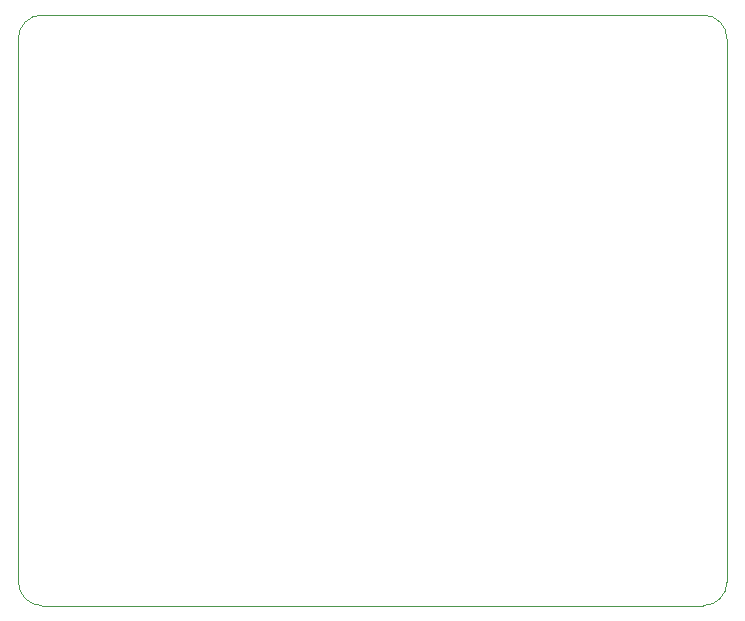
<source format=gbr>
G04 #@! TF.GenerationSoftware,KiCad,Pcbnew,(5.1.4)-1*
G04 #@! TF.CreationDate,2020-02-12T22:39:29-05:00*
G04 #@! TF.ProjectId,uradisappointment,75726164-6973-4617-9070-6f696e746d65,rev?*
G04 #@! TF.SameCoordinates,Original*
G04 #@! TF.FileFunction,Profile,NP*
%FSLAX46Y46*%
G04 Gerber Fmt 4.6, Leading zero omitted, Abs format (unit mm)*
G04 Created by KiCad (PCBNEW (5.1.4)-1) date 2020-02-12 22:39:29*
%MOMM*%
%LPD*%
G04 APERTURE LIST*
%ADD10C,0.100000*%
G04 APERTURE END LIST*
D10*
X-28000000Y-24997210D02*
G75*
G02X-29997210Y-23000000I0J1997210D01*
G01*
X-30000000Y23000000D02*
G75*
G02X-28000000Y25000000I2000000J0D01*
G01*
X28000000Y25000000D02*
G75*
G02X30000000Y23000000I0J-2000000D01*
G01*
X30000000Y-23000000D02*
G75*
G02X28000000Y-25000000I-2000000J0D01*
G01*
X-30000000Y23000000D02*
X-29997210Y-23000000D01*
X-28000000Y-25000000D02*
X28000000Y-25000000D01*
X30000000Y-23000000D02*
X30000000Y23000000D01*
X28000000Y25000000D02*
X-28000000Y25000000D01*
M02*

</source>
